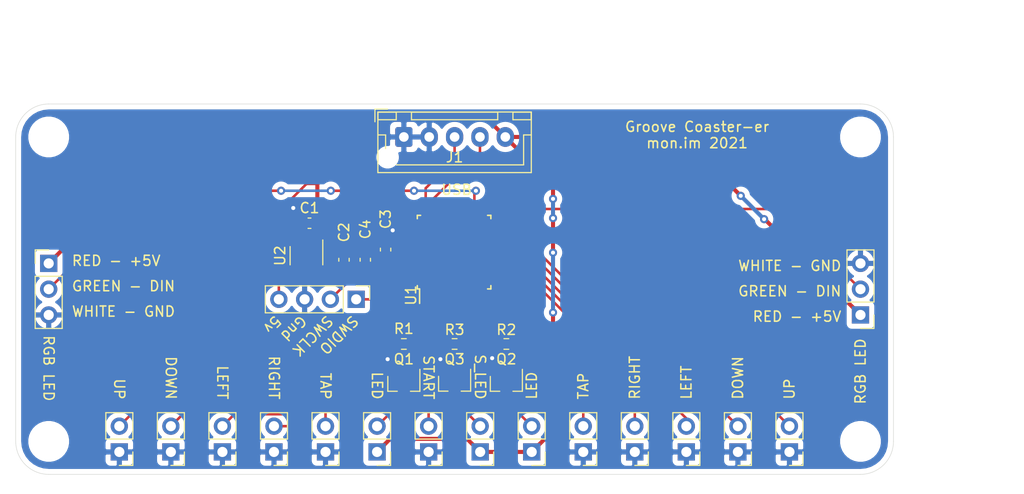
<source format=kicad_pcb>
(kicad_pcb (version 20211014) (generator pcbnew)
  (layers (0 "F.Cu" signal) (31 "B.Cu" signal) (34 "B.Paste" user) (35 "F.Paste" user) (36 "B.SilkS" user "B.Silkscreen") (37 "F.SilkS" user "F.Silkscreen") (38 "B.Mask" user) (39 "F.Mask" user) (44 "Edge.Cuts" user))
  (net 0 "")
  (net 1 "+5V")
  (net 2 "/D-")
  (net 3 "/D+")
  (net 4 "GND")
  (net 5 "/WS2812_LEFT")
  (net 6 "/WS2812_RIGHT")
  (net 7 "/L_U")
  (net 8 "/L_D")
  (net 9 "/L_R")
  (net 10 "/L_L")
  (net 11 "/L_CLICK")
  (net 12 "/L_LED")
  (net 13 "/R_U")
  (net 14 "/R_D")
  (net 15 "/R_R")
  (net 16 "/R_L")
  (net 17 "/R_CLICK")
  (net 18 "/R_LED")
  (net 19 "/START")
  (net 20 "/START_LED")
  (net 21 "Net-(U1-Pad27)")
  (net 22 "Net-(U1-Pad26)")
  (net 23 "Net-(U1-Pad25)")
  (net 24 "Net-(U1-Pad22)")
  (net 25 "Net-(U1-Pad21)")
  (net 26 "Net-(U1-Pad20)")
  (net 27 "Net-(U1-Pad19)")
  (net 28 "+3V3")
  (net 29 "Net-(C3-Pad2)")
  (net 30 "/SWDIO")
  (net 31 "/SWCLK")
  (net 32 "Net-(U2-Pad4)")
  (net 33 "Net-(Q1-Pad1)")
  (net 34 "Net-(Q2-Pad1)")
  (net 35 "Net-(Q3-Pad1)")
  (net 36 "/fet1/Din")
  (net 37 "/sheet6141B162/Din")
  (net 38 "/sheet6141D5AA/Din")
  (footprint "MountingHole:MountingHole_3mm" (layer "F.Cu") (at 104.8 85.8)
    (fp_text reference "H1" hide)
    (fp_text value "M3")
    (pad "" np_thru_hole circle locked (at 0 0) (size 3 3) (drill 3) (layers *.Cu *.Mask))
  )
  (footprint "MountingHole:MountingHole_3mm" (layer "F.Cu") (at 104.8 115.8)
    (fp_text reference "H2" hide)
    (fp_text value "M3")
    (pad "" np_thru_hole circle locked (at 0 0) (size 3 3) (drill 3) (layers *.Cu *.Mask))
  )
  (footprint "MountingHole:MountingHole_3mm" (layer "F.Cu") (at 184.8 85.8)
    (fp_text reference "H3" hide)
    (fp_text value "M3")
    (pad "" np_thru_hole circle locked (at 0 0) (size 3 3) (drill 3) (layers *.Cu *.Mask))
  )
  (footprint "MountingHole:MountingHole_3mm" (layer "F.Cu") (at 184.8 115.8)
    (fp_text reference "H4" hide)
    (fp_text value "M3")
    (pad "" np_thru_hole circle locked (at 0 0) (size 3 3) (drill 3) (layers *.Cu *.Mask))
  )
  (footprint "Connector_JST:JST_XH_B5B-XH-AM_1x05_P2.50mm_Vertical" (layer "F.Cu") (at 139.8 85.8)
    (fp_text reference "J1" (at 5 2) (layer "F.SilkS"))
    (fp_text value "Conn_01x05")
    (fp_line (start -1.6 -2.75) (end -2.85 -2.75) (layer "F.SilkS") (width 0.12))
    (fp_line (start 10.75 -2.45) (end 10.75 -1.7) (layer "F.SilkS") (width 0.12))
    (fp_line (start 9.25 -2.45) (end 0.75 -2.45) (layer "F.SilkS") (width 0.12))
    (fp_line (start -2.55 -1.7) (end -0.75 -1.7) (layer "F.SilkS") (width 0.12))
    (fp_line (start 10.75 -1.7) (end 12.55 -1.7) (layer "F.SilkS") (width 0.12))
    (fp_line (start 12.56 3.51) (end 12.56 -2.46) (layer "F.SilkS") (width 0.12))
    (fp_line (start -1.8 -0.2) (end -1.8 1.14) (layer "F.SilkS") (width 0.12))
    (fp_line (start -2.55 -0.2) (end -1.8 -0.2) (layer "F.SilkS") (width 0.12))
    (fp_line (start -2.56 3.51) (end 12.56 3.51) (layer "F.SilkS") (width 0.12))
    (fp_line (start -2.85 -2.75) (end -2.85 -1.5) (layer "F.SilkS") (width 0.12))
    (fp_line (start 9.25 -1.7) (end 9.25 -2.45) (layer "F.SilkS") (width 0.12))
    (fp_line (start 12.55 -0.2) (end 11.8 -0.2) (layer "F.SilkS") (width 0.12))
    (fp_line (start 11.8 2.75) (end 5 2.75) (layer "F.SilkS") (width 0.12))
    (fp_line (start -0.75 -1.7) (end -0.75 -2.45) (layer "F.SilkS") (width 0.12))
    (fp_line (start 12.55 -1.7) (end 12.55 -2.45) (layer "F.SilkS") (width 0.12))
    (fp_line (start 0.75 -2.45) (end 0.75 -1.7) (layer "F.SilkS") (width 0.12))
    (fp_line (start 12.56 -2.46) (end -2.56 -2.46) (layer "F.SilkS") (width 0.12))
    (fp_line (start -0.75 -2.45) (end -2.55 -2.45) (layer "F.SilkS") (width 0.12))
    (fp_line (start 0.75 -1.7) (end 9.25 -1.7) (layer "F.SilkS") (width 0.12))
    (fp_line (start -2.55 -2.45) (end -2.55 -1.7) (layer "F.SilkS") (width 0.12))
    (fp_line (start 12.55 -2.45) (end 10.75 -2.45) (layer "F.SilkS") (width 0.12))
    (fp_line (start -2.56 -2.46) (end -2.56 3.51) (layer "F.SilkS") (width 0.12))
    (fp_line (start 5 2.75) (end -0.74 2.75) (layer "F.SilkS") (width 0.12))
    (fp_line (start 11.8 -0.2) (end 11.8 2.75) (layer "F.SilkS") (width 0.12))
    (pad "" np_thru_hole circle locked (at -1.6 2) (size 1.2 1.2) (drill 1.2) (layers *.Cu *.Mask))
    (pad "1" thru_hole roundrect locked (at 0 0) (size 1.7 1.95) (drill 0.95) (layers *.Cu *.Mask) (roundrect_rratio 0.1470588235) (net 4 "GND"))
    (pad "2" thru_hole oval locked (at 2.5 0) (size 1.7 1.95) (drill 0.95) (layers *.Cu *.Mask) (net 4 "GND"))
    (pad "3" thru_hole oval locked (at 5 0) (size 1.7 1.95) (drill 0.95) (layers *.Cu *.Mask) (net 3 "/D+"))
    (pad "4" thru_hole oval locked (at 7.5 0) (size 1.7 1.95) (drill 0.95) (layers *.Cu *.Mask) (net 2 "/D-"))
    (pad "5" thru_hole oval locked (at 10 0) (size 1.7 1.95) (drill 0.95) (layers *.Cu *.Mask) (net 1 "+5V"))
  )
  (footprint "Connector_PinHeader_2.54mm:PinHeader_1x03_P2.54mm_Vertical" (layer "F.Cu") (at 104.8 98.26)
    (fp_text reference "J2" hide)
    (fp_text value "Conn_01x03")
    (fp_line (start -1.33 6.41) (end 1.33 6.41) (layer "F.SilkS") (width 0.12))
    (fp_line (start -1.33 1.27) (end 1.33 1.27) (layer "F.SilkS") (width 0.12))
    (fp_line (start -1.33 1.27) (end -1.33 6.41) (layer "F.SilkS") (width 0.12))
    (fp_line (start -1.33 -1.33) (end 0 -1.33) (layer "F.SilkS") (width 0.12))
    (fp_line (start 1.33 1.27) (end 1.33 6.41) (layer "F.SilkS") (width 0.12))
    (fp_line (start -1.33 0) (end -1.33 -1.33) (layer "F.SilkS") (width 0.12))
    (pad "1" thru_hole rect locked (at 0 0) (size 1.7 1.7) (drill 1) (layers *.Cu *.Mask) (net 1 "+5V"))
    (pad "2" thru_hole oval locked (at 0 2.54) (size 1.7 1.7) (drill 1) (layers *.Cu *.Mask) (net 5 "/WS2812_LEFT"))
    (pad "3" thru_hole oval locked (at 0 5.08) (size 1.7 1.7) (drill 1) (layers *.Cu *.Mask) (net 4 "GND"))
  )
  (footprint "Connector_PinHeader_2.54mm:PinHeader_1x03_P2.54mm_Vertical" (layer "F.Cu") (at 184.8 103.34 180)
    (fp_text reference "J3" hide)
    (fp_text value "Conn_01x03")
    (fp_line (start -1.33 1.27) (end -1.33 6.41) (layer "F.SilkS") (width 0.12))
    (fp_line (start -1.33 0) (end -1.33 -1.33) (layer "F.SilkS") (width 0.12))
    (fp_line (start -1.33 6.41) (end 1.33 6.41) (layer "F.SilkS") (width 0.12))
    (fp_line (start -1.33 1.27) (end 1.33 1.27) (layer "F.SilkS") (width 0.12))
    (fp_line (start 1.33 1.27) (end 1.33 6.41) (layer "F.SilkS") (width 0.12))
    (fp_line (start -1.33 -1.33) (end 0 -1.33) (layer "F.SilkS") (width 0.12))
    (pad "1" thru_hole rect locked (at 0 0 180) (size 1.7 1.7) (drill 1) (layers *.Cu *.Mask) (net 1 "+5V"))
    (pad "2" thru_hole oval locked (at 0 2.54 180) (size 1.7 1.7) (drill 1) (layers *.Cu *.Mask) (net 6 "/WS2812_RIGHT"))
    (pad "3" thru_hole oval locked (at 0 5.08 180) (size 1.7 1.7) (drill 1) (layers *.Cu *.Mask) (net 4 "GND"))
  )
  (footprint "Connector_PinHeader_2.54mm:PinHeader_1x02_P2.54mm_Vertical" (layer "F.Cu") (at 111.76 116.84 180)
    (fp_text reference "J4" hide)
    (fp_text value "L_U")
    (fp_line (start -1.33 1.27) (end -1.33 3.87) (layer "F.SilkS") (width 0.12))
    (fp_line (start -1.33 1.27) (end 1.33 1.27) (layer "F.SilkS") (width 0.12))
    (fp_line (start -1.33 3.87) (end 1.33 3.87) (layer "F.SilkS") (width 0.12))
    (fp_line (start 1.33 1.27) (end 1.33 3.87) (layer "F.SilkS") (width 0.12))
    (fp_line (start -1.33 -1.33) (end 0 -1.33) (layer "F.SilkS") (width 0.12))
    (fp_line (start -1.33 0) (end -1.33 -1.33) (layer "F.SilkS") (width 0.12))
    (pad "1" thru_hole rect locked (at 0 0 180) (size 1.7 1.7) (drill 1) (layers *.Cu *.Mask) (net 4 "GND"))
    (pad "2" thru_hole oval locked (at 0 2.54 180) (size 1.7 1.7) (drill 1) (layers *.Cu *.Mask) (net 7 "/L_U"))
  )
  (footprint "Connector_PinHeader_2.54mm:PinHeader_1x02_P2.54mm_Vertical" (layer "F.Cu") (at 121.92 116.84 180)
    (fp_text reference "J7" hide)
    (fp_text value "L_L")
    (fp_line (start 1.33 1.27) (end 1.33 3.87) (layer "F.SilkS") (width 0.12))
    (fp_line (start -1.33 1.27) (end 1.33 1.27) (layer "F.SilkS") (width 0.12))
    (fp_line (start -1.33 1.27) (end -1.33 3.87) (layer "F.SilkS") (width 0.12))
    (fp_line (start -1.33 0) (end -1.33 -1.33) (layer "F.SilkS") (width 0.12))
    (fp_line (start -1.33 -1.33) (end 0 -1.33) (layer "F.SilkS") (width 0.12))
    (fp_line (start -1.33 3.87) (end 1.33 3.87) (layer "F.SilkS") (width 0.12))
    (pad "1" thru_hole rect locked (at 0 0 180) (size 1.7 1.7) (drill 1) (layers *.Cu *.Mask) (net 4 "GND"))
    (pad "2" thru_hole oval locked (at 0 2.54 180) (size 1.7 1.7) (drill 1) (layers *.Cu *.Mask) (net 10 "/L_L"))
  )
  (footprint "Connector_PinHeader_2.54mm:PinHeader_1x02_P2.54mm_Vertical" (layer "F.Cu") (at 132.08 116.84 180)
    (fp_text reference "J8" hide)
    (fp_text value "L_CLICK")
    (fp_line (start -1.33 0) (end -1.33 -1.33) (layer "F.SilkS") (width 0.12))
    (fp_line (start 1.33 1.27) (end 1.33 3.87) (layer "F.SilkS") (width 0.12))
    (fp_line (start -1.33 1.27) (end -1.33 3.87) (layer "F.SilkS") (width 0.12))
    (fp_line (start -1.33 1.27) (end 1.33 1.27) (layer "F.SilkS") (width 0.12))
    (fp_line (start -1.33 3.87) (end 1.33 3.87) (layer "F.SilkS") (width 0.12))
    (fp_line (start -1.33 -1.33) (end 0 -1.33) (layer "F.SilkS") (width 0.12))
    (pad "1" thru_hole rect locked (at 0 0 180) (size 1.7 1.7) (drill 1) (layers *.Cu *.Mask) (net 4 "GND"))
    (pad "2" thru_hole oval locked (at 0 2.54 180) (size 1.7 1.7) (drill 1) (layers *.Cu *.Mask) (net 11 "/L_CLICK"))
  )
  (footprint "Connector_PinHeader_2.54mm:PinHeader_1x02_P2.54mm_Vertical" (layer "F.Cu") (at 137.16 116.84 180)
    (fp_text reference "J9" hide)
    (fp_text value "L_LED")
    (fp_line (start -1.33 0) (end -1.33 -1.33) (layer "F.SilkS") (width 0.12))
    (fp_line (start -1.33 3.87) (end 1.33 3.87) (layer "F.SilkS") (width 0.12))
    (fp_line (start -1.33 1.27) (end -1.33 3.87) (layer "F.SilkS") (width 0.12))
    (fp_line (start -1.33 -1.33) (end 0 -1.33) (layer "F.SilkS") (width 0.12))
    (fp_line (start 1.33 1.27) (end 1.33 3.87) (layer "F.SilkS") (width 0.12))
    (fp_line (start -1.33 1.27) (end 1.33 1.27) (layer "F.SilkS") (width 0.12))
    (pad "1" thru_hole rect locked (at 0 0 180) (size 1.7 1.7) (drill 1) (layers *.Cu *.Mask) (net 1 "+5V"))
    (pad "2" thru_hole oval locked (at 0 2.54 180) (size 1.7 1.7) (drill 1) (layers *.Cu *.Mask) (net 12 "/L_LED"))
  )
  (footprint "Connector_PinHeader_2.54mm:PinHeader_1x02_P2.54mm_Vertical" (layer "F.Cu") (at 172.72 116.84 180)
    (fp_text reference "J11" hide)
    (fp_text value "R_D")
    (fp_line (start -1.33 3.87) (end 1.33 3.87) (layer "F.SilkS") (width 0.12))
    (fp_line (start 1.33 1.27) (end 1.33 3.87) (layer "F.SilkS") (width 0.12))
    (fp_line (start -1.33 1.27) (end 1.33 1.27) (layer "F.SilkS") (width 0.12))
    (fp_line (start -1.33 1.27) (end -1.33 3.87) (layer "F.SilkS") (width 0.12))
    (fp_line (start -1.33 -1.33) (end 0 -1.33) (layer "F.SilkS") (width 0.12))
    (fp_line (start -1.33 0) (end -1.33 -1.33) (layer "F.SilkS") (width 0.12))
    (pad "1" thru_hole rect locked (at 0 0 180) (size 1.7 1.7) (drill 1) (layers *.Cu *.Mask) (net 4 "GND"))
    (pad "2" thru_hole oval locked (at 0 2.54 180) (size 1.7 1.7) (drill 1) (layers *.Cu *.Mask) (net 14 "/R_D"))
  )
  (footprint "Connector_PinHeader_2.54mm:PinHeader_1x02_P2.54mm_Vertical" (layer "F.Cu") (at 162.56 116.84 180)
    (fp_text reference "J12" hide)
    (fp_text value "R_R")
    (fp_line (start 1.33 1.27) (end 1.33 3.87) (layer "F.SilkS") (width 0.12))
    (fp_line (start -1.33 1.27) (end 1.33 1.27) (layer "F.SilkS") (width 0.12))
    (fp_line (start -1.33 -1.33) (end 0 -1.33) (layer "F.SilkS") (width 0.12))
    (fp_line (start -1.33 1.27) (end -1.33 3.87) (layer "F.SilkS") (width 0.12))
    (fp_line (start -1.33 3.87) (end 1.33 3.87) (layer "F.SilkS") (width 0.12))
    (fp_line (start -1.33 0) (end -1.33 -1.33) (layer "F.SilkS") (width 0.12))
    (pad "1" thru_hole rect locked (at 0 0 180) (size 1.7 1.7) (drill 1) (layers *.Cu *.Mask) (net 4 "GND"))
    (pad "2" thru_hole oval locked (at 0 2.54 180) (size 1.7 1.7) (drill 1) (layers *.Cu *.Mask) (net 15 "/R_R"))
  )
  (footprint "Connector_PinHeader_2.54mm:PinHeader_1x02_P2.54mm_Vertical" (layer "F.Cu") (at 167.64 116.84 180)
    (fp_text reference "J13" hide)
    (fp_text value "R_L")
    (fp_line (start -1.33 3.87) (end 1.33 3.87) (layer "F.SilkS") (width 0.12))
    (fp_line (start -1.33 1.27) (end -1.33 3.87) (layer "F.SilkS") (width 0.12))
    (fp_line (start -1.33 1.27) (end 1.33 1.27) (layer "F.SilkS") (width 0.12))
    (fp_line (start 1.33 1.27) (end 1.33 3.87) (layer "F.SilkS") (width 0.12))
    (fp_line (start -1.33 0) (end -1.33 -1.33) (layer "F.SilkS") (width 0.12))
    (fp_line (start -1.33 -1.33) (end 0 -1.33) (layer "F.SilkS") (width 0.12))
    (pad "1" thru_hole rect locked (at 0 0 180) (size 1.7 1.7) (drill 1) (layers *.Cu *.Mask) (net 4 "GND"))
    (pad "2" thru_hole oval locked (at 0 2.54 180) (size 1.7 1.7) (drill 1) (layers *.Cu *.Mask) (net 16 "/R_L"))
  )
  (footprint "Connector_PinHeader_2.54mm:PinHeader_1x02_P2.54mm_Vertical" (layer "F.Cu") (at 157.48 116.84 180)
    (fp_text reference "J14" hide)
    (fp_text value "R_CLICK")
    (fp_line (start -1.33 1.27) (end -1.33 3.87) (layer "F.SilkS") (width 0.12))
    (fp_line (start 1.33 1.27) (end 1.33 3.87) (layer "F.SilkS") (width 0.12))
    (fp_line (start -1.33 3.87) (end 1.33 3.87) (layer "F.SilkS") (width 0.12))
    (fp_line (start -1.33 0) (end -1.33 -1.33) (layer "F.SilkS") (width 0.12))
    (fp_line (start -1.33 1.27) (end 1.33 1.27) (layer "F.SilkS") (width 0.12))
    (fp_line (start -1.33 -1.33) (end 0 -1.33) (layer "F.SilkS") (width 0.12))
    (pad "1" thru_hole rect locked (at 0 0 180) (size 1.7 1.7) (drill 1) (layers *.Cu *.Mask) (net 4 "GND"))
    (pad "2" thru_hole oval locked (at 0 2.54 180) (size 1.7 1.7) (drill 1) (layers *.Cu *.Mask) (net 17 "/R_CLICK"))
  )
  (footprint "Connector_PinHeader_2.54mm:PinHeader_1x02_P2.54mm_Vertical" (layer "F.Cu") (at 152.4 116.84 180)
    (fp_text reference "J15" hide)
    (fp_text value "R_LED")
    (fp_line (start -1.33 -1.33) (end 0 -1.33) (layer "F.SilkS") (width 0.12))
    (fp_line (start 1.33 1.27) (end 1.33 3.87) (layer "F.SilkS") (width 0.12))
    (fp_line (start -1.33 1.27) (end 1.33 1.27) (layer "F.SilkS") (width 0.12))
    (fp_line (start -1.33 0) (end -1.33 -1.33) (layer "F.SilkS") (width 0.12))
    (fp_line (start -1.33 3.87) (end 1.33 3.87) (layer "F.SilkS") (width 0.12))
    (fp_line (start -1.33 1.27) (end -1.33 3.87) (layer "F.SilkS") (width 0.12))
    (pad "1" thru_hole rect locked (at 0 0 180) (size 1.7 1.7) (drill 1) (layers *.Cu *.Mask) (net 1 "+5V"))
    (pad "2" thru_hole oval locked (at 0 2.54 180) (size 1.7 1.7) (drill 1) (layers *.Cu *.Mask) (net 18 "/R_LED"))
  )
  (footprint "Connector_PinHeader_2.54mm:PinHeader_1x02_P2.54mm_Vertical" (layer "F.Cu") (at 142.24 116.84 180)
    (fp_text reference "J16" hide)
    (fp_text value "START")
    (fp_line (start -1.33 3.87) (end 1.33 3.87) (layer "F.SilkS") (width 0.12))
    (fp_line (start -1.33 0) (end -1.33 -1.33) (layer "F.SilkS") (width 0.12))
    (fp_line (start -1.33 1.27) (end 1.33 1.27) (layer "F.SilkS") (width 0.12))
    (fp_line (start 1.33 1.27) (end 1.33 3.87) (layer "F.SilkS") (width 0.12))
    (fp_line (start -1.33 -1.33) (end 0 -1.33) (layer "F.SilkS") (width 0.12))
    (fp_line (start -1.33 1.27) (end -1.33 3.87) (layer "F.SilkS") (width 0.12))
    (pad "1" thru_hole rect locked (at 0 0 180) (size 1.7 1.7) (drill 1) (layers *.Cu *.Mask) (net 4 "GND"))
    (pad "2" thru_hole oval locked (at 0 2.54 180) (size 1.7 1.7) (drill 1) (layers *.Cu *.Mask) (net 19 "/START"))
  )
  (footprint "Connector_PinHeader_2.54mm:PinHeader_1x02_P2.54mm_Vertical" (layer "F.Cu") (at 147.32 116.84 180)
    (fp_text reference "J17" hide)
    (fp_text value "START_LED")
    (fp_line (start -1.33 1.27) (end -1.33 3.87) (layer "F.SilkS") (width 0.12))
    (fp_line (start -1.33 3.87) (end 1.33 3.87) (layer "F.SilkS") (width 0.12))
    (fp_line (start -1.33 1.27) (end 1.33 1.27) (layer "F.SilkS") (width 0.12))
    (fp_line (start -1.33 0) (end -1.33 -1.33) (layer "F.SilkS") (width 0.12))
    (fp_line (start -1.33 -1.33) (end 0 -1.33) (layer "F.SilkS") (width 0.12))
    (fp_line (start 1.33 1.27) (end 1.33 3.87) (layer "F.SilkS") (width 0.12))
    (pad "1" thru_hole rect locked (at 0 0 180) (size 1.7 1.7) (drill 1) (layers *.Cu *.Mask) (net 1 "+5V"))
    (pad "2" thru_hole oval locked (at 0 2.54 180) (size 1.7 1.7) (drill 1) (layers *.Cu *.Mask) (net 20 "/START_LED"))
  )
  (footprint "Package_QFP:TQFP-32_7x7mm_P0.8mm" (layer "F.Cu") (at 144.75 97.15 90)
    (fp_text reference "U1" (at -4.25 -4.25 90) (layer "F.SilkS"))
    (fp_text value "ATSAMD21E17A-A")
    (fp_line (start -3.625 3.625) (end -3.625 3.3) (layer "F.SilkS") (width 0.15))
    (fp_line (start -3.625 -3.625) (end -3.3 -3.625) (layer "F.SilkS") (width 0.15))
    (fp_line (start -3.625 -3.625) (end -3.625 -3.4) (layer "F.SilkS") (width 0.15))
    (fp_line (start 3.625 -3.625) (end 3.3 -3.625) (layer "F.SilkS") (width 0.15))
    (fp_line (start 3.625 -3.625) (end 3.625 -3.3) (layer "F.SilkS") (width 0.15))
    (fp_line (start 3.625 3.625) (end 3.3 3.625) (layer "F.SilkS") (width 0.15))
    (fp_line (start -3.625 3.625) (end -3.3 3.625) (layer "F.SilkS") (width 0.15))
    (fp_line (start 3.625 3.625) (end 3.625 3.3) (layer "F.SilkS") (width 0.15))
    (fp_line (start -3.625 -3.4) (end -5.05 -3.4) (layer "F.SilkS") (width 0.15))
    (pad "1" smd rect locked (at -4.25 -2.8 90) (size 1.6 0.55) (layers "F.Cu" "F.Paste" "F.Mask") (net 7 "/L_U"))
    (pad "2" smd rect locked (at -4.25 -2 90) (size 1.6 0.55) (layers "F.Cu" "F.Paste" "F.Mask") (net 8 "/L_D"))
    (pad "3" smd rect locked (at -4.25 -1.2 90) (size 1.6 0.55) (layers "F.Cu" "F.Paste" "F.Mask") (net 10 "/L_L"))
    (pad "4" smd rect locked (at -4.25 -0.4 90) (size 1.6 0.55) (layers "F.Cu" "F.Paste" "F.Mask") (net 9 "/L_R"))
    (pad "5" smd rect locked (at -4.25 0.4 90) (size 1.6 0.55) (layers "F.Cu" "F.Paste" "F.Mask") (net 11 "/L_CLICK"))
    (pad "6" smd rect locked (at -4.25 1.2 90) (size 1.6 0.55) (layers "F.Cu" "F.Paste" "F.Mask") (net 36 "/fet1/Din"))
    (pad "7" smd rect locked (at -4.25 2 90) (size 1.6 0.55) (layers "F.Cu" "F.Paste" "F.Mask") (net 19 "/START"))
    (pad "8" smd rect locked (at -4.25 2.8 90) (size 1.6 0.55) (layers "F.Cu" "F.Paste" "F.Mask") (net 38 "/sheet6141D5AA/Din"))
    (pad "9" smd rect locked (at -2.8 4.25 180) (size 1.6 0.55) (layers "F.Cu" "F.Paste" "F.Mask") (net 28 "+3V3"))
    (pad "10" smd rect locked (at -2 4.25 180) (size 1.6 0.55) (layers "F.Cu" "F.Paste" "F.Mask") (net 4 "GND"))
    (pad "11" smd rect locked (at -1.2 4.25 180) (size 1.6 0.55) (layers "F.Cu" "F.Paste" "F.Mask") (net 37 "/sheet6141B162/Din"))
    (pad "12" smd rect locked (at -0.4 4.25 180) (size 1.6 0.55) (layers "F.Cu" "F.Paste" "F.Mask") (net 17 "/R_CLICK"))
    (pad "13" smd rect locked (at 0.4 4.25 180) (size 1.6 0.55) (layers "F.Cu" "F.Paste" "F.Mask") (net 15 "/R_R"))
    (pad "14" smd rect locked (at 1.2 4.25 180) (size 1.6 0.55) (layers "F.Cu" "F.Paste" "F.Mask") (net 16 "/R_L"))
    (pad "15" smd rect locked (at 2 4.25 180) (size 1.6 0.55) (layers "F.Cu" "F.Paste" "F.Mask") (net 14 "/R_D"))
    (pad "16" smd rect locked (at 2.8 4.25 180) (size 1.6 0.55) (layers "F.Cu" "F.Paste" "F.Mask") (net 13 "/R_U"))
    (pad "17" smd rect locked (at 4.25 2.8 90) (size 1.6 0.55) (layers "F.Cu" "F.Paste" "F.Mask") (net 6 "/WS2812_RIGHT"))
    (pad "18" smd rect locked (at 4.25 2 90) (size 1.6 0.55) (layers "F.Cu" "F.Paste" "F.Mask") (net 5 "/WS2812_LEFT"))
    (pad "19" smd rect locked (at 4.25 1.2 90) (size 1.6 0.55) (layers "F.Cu" "F.Paste" "F.Mask") (net 27 "Net-(U1-Pad19)"))
    (pad "20" smd rect locked (at 4.25 0.4 90) (size 1.6 0.55) (layers "F.Cu" "F.Paste" "F.Mask") (net 26 "Net-(U1-Pad20)"))
    (pad "21" smd rect locked (at 4.25 -0.4 90) (size 1.6 0.55) (layers "F.Cu" "F.Paste" "F.Mask") (net 25 "Net-(U1-Pad21)"))
    (pad "22" smd rect locked (at 4.25 -1.2 90) (size 1.6 0.55) (layers "F.Cu" "F.Paste" "F.Mask") (net 24 "Net-(U1-Pad22)"))
    (pad "23" smd rect locked (at 4.25 -2 90) (size 1.6 0.55) (layers "F.Cu" "F.Paste" "F.Mask") (net 2 "/D-"))
    (pad "24" smd rect locked (at 4.25 -2.8 90) (size 1.6 0.55) (layers "F.Cu" "F.Paste" "F.Mask") (net 3 "/D+"))
    (pad "25" smd rect locked (at 2.8 -4.25 180) (size 1.6 0.55) (layers "F.Cu" "F.Paste" "F.Mask") (net 23 "Net-(U1-Pad25)"))
    (pad "26" smd rect locked (at 2 -4.25 180) (size 1.6 0.55) (layers "F.Cu" "F.Paste" "F.Mask") (net 22 "Net-(U1-Pad26)"))
    (pad "27" smd rect locked (at 1.2 -4.25 180) (size 1.6 0.55) (layers "F.Cu" "F.Paste" "F.Mask") (net 21 "Net-(U1-Pad27)"))
    (pad "28" smd rect locked (at 0.4 -4.25 180) (size 1.6 0.55) (layers "F.Cu" "F.Paste" "F.Mask") (net 4 "GND"))
    (pad "29" smd rect locked (at -0.4 -4.25 180) (size 1.6 0.55) (layers "F.Cu" "F.Paste" "F.Mask") (net 29 "Net-(C3-Pad2)"))
    (pad "30" smd rect locked (at -1.2 -4.25 180) (size 1.6 0.55) (layers "F.Cu" "F.Paste" "F.Mask") (net 28 "+3V3"))
    (pad "31" smd rect locked (at -2 -4.25 180) (size 1.6 0.55) (layers "F.Cu" "F.Paste" "F.Mask") (net 31 "/SWCLK"))
    (pad "32" smd rect locked (at -2.8 -4.25 180) (size 1.6 0.55) (layers "F.Cu" "F.Paste" "F.Mask") (net 30 "/SWDIO"))
  )
  (footprint "Capacitor_SMD:C_0603_1608Metric" (layer "F.Cu") (at 133.9 97.9 90)
    (fp_text reference "C2" (at 2.7 0 90) (layer "F.SilkS"))
    (fp_text value "10uF")
    (fp_line (start -0.14058 0.51) (end 0.14058 0.51) (layer "F.SilkS") (width 0.12))
    (fp_line (start -0.14058 -0.51) (end 0.14058 -0.51) (layer "F.SilkS") (width 0.12))
    (pad "1" smd roundrect locked (at -0.775 0 90) (size 0.9 0.95) (layers "F.Cu" "F.Paste" "F.Mask") (net 28 "+3V3"))
    (pad "2" smd roundrect locked (at 0.775 0 90) (size 0.9 0.95) (layers "F.Cu" "F.Paste" "F.Mask") (net 4 "GND"))
  )
  (footprint "Capacitor_SMD:C_0603_1608Metric" (layer "F.Cu") (at 138 96.9 -90)
    (fp_text reference "C3" (at -3 0 90) (layer "F.SilkS"))
    (fp_text value "1uF")
    (fp_line (start -0.14058 -0.51) (end 0.14058 -0.51) (layer "F.SilkS") (width 0.12))
    (fp_line (start -0.14058 0.51) (end 0.14058 0.51) (layer "F.SilkS") (width 0.12))
    (pad "1" smd roundrect locked (at -0.775 0 270) (size 0.9 0.95) (layers "F.Cu" "F.Paste" "F.Mask") (net 4 "GND"))
    (pad "2" smd roundrect locked (at 0.775 0 270) (size 0.9 0.95) (layers "F.Cu" "F.Paste" "F.Mask") (net 29 "Net-(C3-Pad2)"))
  )
  (footprint "Connector_PinHeader_2.54mm:PinHeader_1x02_P2.54mm_Vertical" (layer "F.Cu") (at 127 116.84 180)
    (fp_text reference "J6" hide)
    (fp_text value "L_R")
    (fp_line (start -1.33 3.87) (end 1.33 3.87) (layer "F.SilkS") (width 0.12))
    (fp_line (start -1.33 1.27) (end -1.33 3.87) (layer "F.SilkS") (width 0.12))
    (fp_line (start -1.33 0) (end -1.33 -1.33) (layer "F.SilkS") (width 0.12))
    (fp_line (start -1.33 -1.33) (end 0 -1.33) (layer "F.SilkS") (width 0.12))
    (fp_line (start 1.33 1.27) (end 1.33 3.87) (layer "F.SilkS") (width 0.12))
    (fp_line (start -1.33 1.27) (end 1.33 1.27) (layer "F.SilkS") (width 0.12))
    (pad "1" thru_hole rect locked (at 0 0 180) (size 1.7 1.7) (drill 1) (layers *.Cu *.Mask) (net 4 "GND"))
    (pad "2" thru_hole oval locked (at 0 2.54 180) (size 1.7 1.7) (drill 1) (layers *.Cu *.Mask) (net 9 "/L_R"))
  )
  (footprint "Connector_PinHeader_2.54mm:PinHeader_1x02_P2.54mm_Vertical" (layer "F.Cu") (at 116.84 116.84 180)
    (fp_text reference "J5" hide)
    (fp_text value "L_D")
    (fp_line (start 1.33 1.27) (end 1.33 3.87) (layer "F.SilkS") (width 0.12))
    (fp_line (start -1.33 -1.33) (end 0 -1.33) (layer "F.SilkS") (width 0.12))
    (fp_line (start -1.33 3.87) (end 1.33 3.87) (layer "F.SilkS") (width 0.12))
    (fp_line (start -1.33 0) (end -1.33 -1.33) (layer "F.SilkS") (width 0.12))
    (fp_line (start -1.33 1.27) (end -1.33 3.87) (layer "F.SilkS") (width 0.12))
    (fp_line (start -1.33 1.27) (end 1.33 1.27) (layer "F.SilkS") (width 0.12))
    (pad "1" thru_hole rect locked (at 0 0 180) (size 1.7 1.7) (drill 1) (layers *.Cu *.Mask) (net 4 "GND"))
    (pad "2" thru_hole oval locked (at 0 2.54 180) (size 1.7 1.7) (drill 1) (layers *.Cu *.Mask) (net 8 "/L_D"))
  )
  (footprint "Connector_PinHeader_2.54mm:PinHeader_1x02_P2.54mm_Vertical" (layer "F.Cu") (at 177.8 116.84 180)
    (fp_text reference "J10" hide)
    (fp_text value "R_U")
    (fp_line (start 1.33 1.27) (end 1.33 3.87) (layer "F.SilkS") (width 0.12))
    (fp_line (start -1.33 1.27) (end 1.33 1.27) (layer "F.SilkS") (width 0.12))
    (fp_line (start -1.33 0) (end -1.33 -1.33) (layer "F.SilkS") (width 0.12))
    (fp_line (start -1.33 1.27) (end -1.33 3.87) (layer "F.SilkS") (width 0.12))
    (fp_line (start -1.33 -1.33) (end 0 -1.33) (layer "F.SilkS") (width 0.12))
    (fp_line (start -1.33 3.87) (end 1.33 3.87) (layer "F.SilkS") (width 0.12))
    (pad "1" thru_hole rect locked (at 0 0 180) (size 1.7 1.7) (drill 1) (layers *.Cu *.Mask) (net 4 "GND"))
    (pad "2" thru_hole oval locked (at 0 2.54 180) (size 1.7 1.7) (drill 1) (layers *.Cu *.Mask) (net 13 "/R_U"))
  )
  (footprint "Capacitor_SMD:C_0603_1608Metric" (layer "F.Cu") (at 136 97.9 -90)
    (fp_text reference "C4" (at -3 0 90) (layer "F.SilkS"))
    (fp_text value "1uF")
    (fp_line (start -0.14058 -0.51) (end 0.14058 -0.51) (layer "F.SilkS") (width 0.12))
    (fp_line (start -0.14058 0.51) (end 0.14058 0.51) (layer "F.SilkS") (width 0.12))
    (pad "1" smd roundrect locked (at -0.775 0 270) (size 0.9 0.95) (layers "F.Cu" "F.Paste" "F.Mask") (net 4 "GND"))
    (pad "2" smd roundrect locked (at 0.775 0 270) (size 0.9 0.95) (layers "F.Cu" "F.Paste" "F.Mask") (net 28 "+3V3"))
  )
  (footprint "Package_TO_SOT_SMD:SOT-23" (layer "F.Cu") (at 139.8 110.1 -90)
    (fp_text reference "Q1" (at -2.4 0 180) (layer "F.SilkS"))
    (fp_text value "2N7002E")
    (fp_line (start 0.76 1.58) (end 0.76 0.65) (layer "F.SilkS") (width 0.12))
    (fp_line (start 0.76 1.58) (end -0.7 1.58) (layer "F.SilkS") (width 0.12))
    (fp_line (start 0.76 -1.58) (end 0.76 -0.65) (layer "F.SilkS") (width 0.12))
    (fp_line (start 0.76 -1.58) (end -1.4 -1.58) (layer "F.SilkS") (width 0.12))
    (pad "1" smd rect locked (at -1 -0.95 270) (size 0.9 0.8) (layers "F.Cu" "F.Paste" "F.Mask") (net 33 "Net-(Q1-Pad1)"))
    (pad "2" smd rect locked (at -1 0.95 270) (size 0.9 0.8) (layers "F.Cu" "F.Paste" "F.Mask") (net 4 "GND"))
    (pad "3" smd rect locked (at 1 0 270) (size 0.9 0.8) (layers "F.Cu" "F.Paste" "F.Mask") (net 12 "/L_LED"))
  )
  (footprint "Package_TO_SOT_SMD:SOT-23" (layer "F.Cu") (at 149.9 110.1 -90)
    (fp_text reference "Q2" (at -2.4 0) (layer "F.SilkS"))
    (fp_text value "2N7002E")
    (fp_line (start 0.76 1.58) (end 0.76 0.65) (layer "F.SilkS") (width 0.12))
    (fp_line (start 0.76 -1.58) (end -1.4 -1.58) (layer "F.SilkS") (width 0.12))
    (fp_line (start 0.76 1.58) (end -0.7 1.58) (layer "F.SilkS") (width 0.12))
    (fp_line (start 0.76 -1.58) (end 0.76 -0.65) (layer "F.SilkS") (width 0.12))
    (pad "1" smd rect locked (at -1 -0.95 270) (size 0.9 0.8) (layers "F.Cu" "F.Paste" "F.Mask") (net 34 "Net-(Q2-Pad1)"))
    (pad "2" smd rect locked (at -1 0.95 270) (size 0.9 0.8) (layers "F.Cu" "F.Paste" "F.Mask") (net 4 "GND"))
    (pad "3" smd rect locked (at 1 0 270) (size 0.9 0.8) (layers "F.Cu" "F.Paste" "F.Mask") (net 18 "/R_LED"))
  )
  (footprint "Package_TO_SOT_SMD:SOT-23" (layer "F.Cu") (at 144.8 110.09 -90)
    (fp_text reference "Q3" (at -2.39 0) (layer "F.SilkS"))
    (fp_text value "2N7002E")
    (fp_line (start 0.76 1.58) (end -0.7 1.58) (layer "F.SilkS") (width 0.12))
    (fp_line (start 0.76 -1.58) (end -1.4 -1.58) (layer "F.SilkS") (width 0.12))
    (fp_line (start 0.76 1.58) (end 0.76 0.65) (layer "F.SilkS") (width 0.12))
    (fp_line (start 0.76 -1.58) (end 0.76 -0.65) (layer "F.SilkS") (width 0.12))
    (pad "1" smd rect locked (at -1 -0.95 270) (size 0.9 0.8) (layers "F.Cu" "F.Paste" "F.Mask") (net 35 "Net-(Q3-Pad1)"))
    (pad "2" smd rect locked (at -1 0.95 270) (size 0.9 0.8) (layers "F.Cu" "F.Paste" "F.Mask") (net 4 "GND"))
    (pad "3" smd rect locked (at 1 0 270) (size 0.9 0.8) (layers "F.Cu" "F.Paste" "F.Mask") (net 20 "/START_LED"))
  )
  (footprint "Resistor_SMD:R_0603_1608Metric" (layer "F.Cu") (at 139.8 106.2 180)
    (fp_text reference "R1" (at 0 1.5) (layer "F.SilkS"))
    (fp_text value "100R")
    (fp_line (start -0.237258 -0.5225) (end 0.237258 -0.5225) (layer "F.SilkS") (width 0.12))
    (fp_line (start -0.237258 0.5225) (end 0.237258 0.5225) (layer "F.SilkS") (width 0.12))
    (pad "1" smd roundrect locked (at -0.825 0 180) (size 0.8 0.95) (layers "F.Cu" "F.Paste" "F.Mask") (net 33 "Net-(Q1-Pad1)"))
    (pad "2" smd roundrect locked (at 0.825 0 180) (size 0.8 0.95) (layers "F.Cu" "F.Paste" "F.Mask") (net 36 "/fet1/Din"))
  )
  (footprint "Resistor_SMD:R_0603_1608Metric" (layer "F.Cu") (at 149.9 106.2 180)
    (fp_text reference "R2" (at 0 1.4) (layer "F.SilkS"))
    (fp_text value "100R")
    (fp_line (start -0.237258 0.5225) (end 0.237258 0.5225) (layer "F.SilkS") (width 0.12))
    (fp_line (start -0.237258 -0.5225) (end 0.237258 -0.5225) (layer "F.SilkS") (width 0.12))
    (pad "1" smd roundrect locked (at -0.825 0 180) (size 0.8 0.95) (layers "F.Cu" "F.Paste" "F.Mask") (net 34 "Net-(Q2-Pad1)"))
    (pad "2" smd roundrect locked (at 0.825 0 180) (size 0.8 0.95) (layers "F.Cu" "F.Paste" "F.Mask") (net 37 "/sheet6141B162/Din"))
  )
  (footprint "Resistor_SMD:R_0603_1608Metric" (layer "F.Cu") (at 144.8 106.2 180)
    (fp_text reference "R3" (at 0 1.4) (layer "F.SilkS"))
    (fp_text value "100R")
    (fp_line (start -0.237258 -0.5225) (end 0.237258 -0.5225) (layer "F.SilkS") (width 0.12))
    (fp_line (start -0.237258 0.5225) (end 0.237258 0.5225) (layer "F.SilkS") (width 0.12))
    (pad "1" smd roundrect locked (at -0.825 0 180) (size 0.8 0.95) (layers "F.Cu" "F.Paste" "F.Mask") (net 35 "Net-(Q3-Pad1)"))
    (pad "2" smd roundrect locked (at 0.825 0 180) (size 0.8 0.95) (layers "F.Cu" "F.Paste" "F.Mask") (net 38 "/sheet6141D5AA/Din"))
  )
  (footprint "Package_TO_SOT_SMD:SOT-23-5" (layer "F.Cu") (at 130.2 97.5 -90)
    (fp_text reference "U2" (at 0 2.6 90) (layer "F.SilkS"))
    (fp_text value "AP2112K-3.3")
    (fp_line (start -0.9 1.61) (end 0.9 1.61) (layer "F.SilkS") (width 0.12))
    (fp_line (start 0.9 -1.61) (end -1.55 -1.61) (layer "F.SilkS") (width 0.12))
    (pad "1" smd rect locked (at -1.1 -0.95 270) (size 1.06 0.65) (layers "F.Cu" "F.Paste" "F.Mask") (net 1 "+5V"))
    (pad "2" smd rect locked (at -1.1 0 270) (size 1.06 0.65) (layers "F.Cu" "F.Paste" "F.Mask") (net 4 "GND"))
    (pad "3" smd rect locked (at -1.1 0.95 270) (size 1.06 0.65) (layers "F.Cu" "F.Paste" "F.Mask") (net 1 "+5V"))
    (pad "4" smd rect locked (at 1.1 0.95 270) (size 1.06 0.65) (layers "F.Cu" "F.Paste" "F.Mask") (net 32 "Net-(U2-Pad4)"))
    (pad "5" smd rect locked (at 1.1 -0.95 270) (size 1.06 0.65) (layers "F.Cu" "F.Paste" "F.Mask") (net 28 "+3V3"))
  )
  (footprint "Capacitor_SMD:C_0603_1608Metric" (layer "F.Cu") (at 130.5 94.3 180)
    (fp_text reference "C1" (at 0 1.5) (layer "F.SilkS"))
    (fp_text value "10uF")
    (fp_line (start -0.14058 0.51) (end 0.14058 0.51) (layer "F.SilkS") (width 0.12))
    (fp_line (start -0.14058 -0.51) (end 0.14058 -0.51) (layer "F.SilkS") (width 0.12))
    (pad "1" smd roundrect locked (at -0.775 0 180) (size 0.9 0.95) (layers "F.Cu" "F.Paste" "F.Mask") (net 1 "+5V"))
    (pad "2" smd roundrect locked (at 0.775 0 180) (size 0.9 0.95) (layers "F.Cu" "F.Paste" "F.Mask") (net 4 "GND"))
  )
  (footprint "Connector_PinHeader_2.54mm:PinHeader_1x04_P2.54mm_Vertical" (layer "F.Cu") (at 135.1 101.8 -90)
    (fp_text reference "J18" hide)
    (fp_text value "Conn_01x04")
    (fp_line (start -1.33 1.27) (end 1.33 1.27) (layer "F.SilkS") (width 0.12))
    (fp_line (start -1.33 -1.33) (end 0 -1.33) (layer "F.SilkS") (width 0.12))
    (fp_line (start -1.33 8.95) (end 1.33 8.95) (layer "F.SilkS") (width 0.12))
    (fp_line (start 1.33 1.27) (end 1.33 8.95) (layer "F.SilkS") (width 0.12))
    (fp_line (start -1.33 0) (end -1.33 -1.33) (layer "F.SilkS") (width 0.12))
    (fp_line (start -1.33 1.27) (end -1.33 8.95) (layer "F.SilkS") (width 0.12))
    (pad "1" thru_hole rect locked (at 0 0 270) (size 1.7 1.7) (drill 1) (layers *.Cu *.Mask) (net 30 "/SWDIO"))
    (pad "2" thru_hole oval locked (at 0 2.54 270) (size 1.7 1.7) (drill 1) (layers *.Cu *.Mask) (net 31 "/SWCLK"))
    (pad "3" thru_hole oval locked (at 0 5.08 270) (size 1.7 1.7) (drill 1) (layers *.Cu *.Mask) (net 4 "GND"))
    (pad "4" thru_hole oval locked (at 0 7.62 270) (size 1.7 1.7) (drill 1) (layers *.Cu *.Mask) (net 1 "+5V"))
  )
  (gr_arc (start 104.8 119.05) (mid 102.501903 118.098097) (end 101.55 115.8) (layer "Edge.Cuts") (width 0.05))
  (gr_arc (start 188.05 115.8) (mid 187.098097 118.098097) (end 184.8 119.05) (layer "Edge.Cuts") (width 0.05))
  (gr_arc (start 101.55 85.8) (mid 102.501903 83.501903) (end 104.8 82.55) (layer "Edge.Cuts") (width 0.05))
  (gr_arc (start 184.8 82.55) (mid 187.098097 83.501903) (end 188.05 85.8) (layer "Edge.Cuts") (width 0.05))
  (gr_line (start 104.8 82.55) (end 184.8 82.55) (layer "Edge.Cuts") (width 0.05))
  (gr_line (start 104.8 119.05) (end 184.8 119.05) (layer "Edge.Cuts") (width 0.05))
  (gr_line (start 101.55 85.8) (end 101.55 115.8) (layer "Edge.Cuts") (width 0.05))
  (gr_line (start 188.05 85.8) (end 188.05 115.8) (layer "Edge.Cuts") (width 0.05))
  (gr_text "RGB LED" (at 104.8 108.6 270) (layer "F.SilkS") (effects (font (size 1 1))))
  (gr_text "LEFT" (at 121.92 111.76 270) (layer "F.SilkS") (effects (font (size 1 1)) (justify right)))
  (gr_text "RIGHT" (at 127 111.76 270) (layer "F.SilkS") (effects (font (size 1 1)) (justify right)))
  (gr_text "LED" (at 137.16 111.76 270) (layer "F.SilkS") (effects (font (size 1 1)) (justify right)))
  (gr_text "TAP" (at 132.08 111.76 270) (layer "F.SilkS") (effects (font (size 1 1)) (justify right)))
  (gr_text "UP" (at 111.76 111.76 270) (layer "F.SilkS") (effects (font (size 1 1)) (justify right)))
  (gr_text "DOWN" (at 116.84 111.76 270) (layer "F.SilkS") (effects (font (size 1 1)) (justify right)))
  (gr_text "RED - +5V" (at 183 103.5) (layer "F.SilkS") (effects (font (size 1 1)) (justify right)))
  (gr_text "WHITE - GND" (at 183 98.5) (layer "F.SilkS") (effects (font (size 1 1)) (justify right)))
  (gr_text "WHITE - GND" (at 107 103) (layer "F.SilkS") (effects (font (size 1 1)) (justify left)))
  (gr_text "GREEN - DIN" (at 107 100.5) (layer "F.SilkS") (effects (font (size 1 1)) (justify left)))
  (gr_text "RED - +5V" (at 107 98) (layer "F.SilkS") (effects (font (size 1 1)) (justify left)))
  (gr_text "UP" (at 177.8 111.76 90) (layer "F.SilkS") (effects (font (size 1 1)) (justify left)))
  (gr_text "Gnd" (at 130 103.6 -135) (layer "F.SilkS") (effects (font (size 1 1)) (justify left)))
  (gr_text "DOWN" (at 172.72 111.76 90) (layer "F.SilkS") (effects (font (size 1 1)) (justify left)))
  (gr_text "RIGHT" (at 162.56 111.76 90) (layer "F.SilkS") (effects (font (size 1 1)) (justify left)))
  (gr_text "LEFT" (at 167.64 111.76 90) (layer "F.SilkS") (effects (font (size 1 1)) (justify left)))
  (gr_text "RGB LED" (at 184.8 108.9 90) (layer "F.SilkS") (effects (font (size 1 1))))
  (gr_text "SWDIO" (at 135.1 103.6 -135) (layer "F.SilkS") (effects (font (size 1 1)) (justify left)))
  (gr_text "Groove Coaster-er\nmon.im 2021" (at 168.7 85.6) (layer "F.SilkS") (effects (font (size 1 1))))
  (gr_text "GREEN - DIN" (at 183 101) (layer "F.SilkS") (effects (font (size 1 1)) (justify right)))
  (gr_text "TAP" (at 157.48 111.76 90) (layer "F.SilkS") (effects (font (size 1 1)) (justify left)))
  (gr_text "START" (at 142.24 111.76 270) (layer "F.SilkS") (effects (font (size 1 1)) (justify right)))
  (gr_text "USB" (at 145 91) (layer "F.SilkS") (effects (font (size 1 1))))
  (gr_text "LED" (at 152.4 111.76 90) (layer "F.SilkS") (effects (font (size 1 1)) (justify left)))
  (gr_text "SWCLK" (at 132.6 103.6 -135) (layer "F.SilkS") (effects (font (size 1 1)) (justify left)))
  (gr_text "S_LED" (at 147.32 111.76 -90) (layer "F.SilkS") (effects (font (size 1 1)) (justify right)))
  (gr_text "5v" (at 127.5 103.6 -135) (layer "F.SilkS") (effects (font (size 1 1)) (justify left)))
  (segment (start 154.5 97.2) (end 154.5 93.8) (width 0.4) (layer "F.Cu") (net 1))
  (segment (start 129.25 96.4) (end 129.25 95.45) (width 0.25) (layer "F.Cu") (net 1))
  (segment (start 104.8 98.26) (end 118.96 84.1) (width 0.4) (layer "F.Cu") (net 1))
  (segment (start 152.4 116.84) (end 154.5 114.74) (width 0.4) (layer "F.Cu") (net 1))
  (segment (start 137.6 84.1) (end 148.1 84.1) (width 0.4) (layer "F.Cu") (net 1))
  (segment (start 118.96 84.1) (end 137.6 84.1) (width 0.4) (layer "F.Cu") (net 1))
  (segment (start 147.32 116.84) (end 152.4 116.84) (width 0.4) (layer "F.Cu") (net 1))
  (segment (start 175.36 93.9) (end 175.3 93.9) (width 0.4) (layer "F.Cu") (net 1))
  (segment (start 131.15 96.4) (end 131.15 95.45) (width 0.25) (layer "F.Cu") (net 1))
  (segment (start 184.8 103.34) (end 175.36 93.9) (width 0.4) (layer "F.Cu") (net 1))
  (segment (start 173 91.6) (end 167.2 85.8) (width 0.4) (layer "F.Cu") (net 1))
  (segment (start 167.2 85.8) (end 149.8 85.8) (width 0.4) (layer "F.Cu") (net 1))
  (segment (start 131.275 94.3) (end 131.275 90.425) (width 0.4) (layer "F.Cu") (net 1))
  (segment (start 129.25 95.45) (end 128 94.2) (width 0.25) (layer "F.Cu") (net 1))
  (segment (start 131.275 95.325) (end 131.275 94.3) (width 0.25) (layer "F.Cu") (net 1))
  (segment (start 148.1 84.1) (end 149.8 85.8) (width 0.4) (layer "F.Cu") (net 1))
  (segment (start 154.5 91.9) (end 154.5 90.5) (width 0.4) (layer "F.Cu") (net 1))
  (segment (start 127.48 94.72) (end 128 94.2) (width 0.25) (layer "F.Cu") (net 1))
  (segment (start 154.5 114.74) (end 154.5 103.1) (width 0.4) (layer "F.Cu") (net 1))
  (segment (start 138.449999 115.550001) (end 146.030001 115.550001) (width 0.4) (layer "F.Cu") (net 1))
  (segment (start 130.201998 90.425) (end 131.275 90.425) (width 0.25) (layer "F.Cu") (net 1))
  (segment (start 131.15 95.45) (end 131.275 95.325) (width 0.25) (layer "F.Cu") (net 1))
  (segment (start 137.16 116.84) (end 138.449999 115.550001) (width 0.4) (layer "F.Cu") (net 1))
  (segment (start 154.5 90.5) (end 149.8 85.8) (width 0.4) (layer "F.Cu") (net 1))
  (segment (start 127.48 101.8) (end 127.48 94.72) (width 0.25) (layer "F.Cu") (net 1))
  (segment (start 131.275 90.425) (end 137.6 84.1) (width 0.4) (layer "F.Cu") (net 1))
  (segment (start 128 94.2) (end 128 92.626998) (width 0.25) (layer "F.Cu") (net 1))
  (segment (start 128 92.626998) (end 130.201998 90.425) (width 0.25) (layer "F.Cu") (net 1))
  (segment (start 146.030001 115.550001) (end 147.32 116.84) (width 0.4) (layer "F.Cu") (net 1))
  (via (at 154.5 93.8) (size 0.8) (drill 0.4) (layers "F.Cu" "B.Cu") (net 1))
  (via (at 154.5 91.9) (size 0.8) (drill 0.4) (layers "F.Cu" "B.Cu") (net 1))
  (via (at 154.5 97.2) (size 0.8) (drill 0.4) (layers "F.Cu" "B.Cu") (net 1))
  (via (at 175.3 93.9) (size 0.8) (drill 0.4) (layers "F.Cu" "B.Cu") (net 1))
  (via (at 154.5 103.1) (size 0.8) (drill 0.4) (layers "F.Cu" "B.Cu") (net 1))
  (via (at 173 91.6) (size 0.8) (drill 0.4) (layers "F.Cu" "B.Cu") (net 1))
  (segment (start 175.3 93.9) (end 173 91.6) (width 0.4) (layer "B.Cu") (net 1))
  (segment (start 154.5 103.1) (end 154.5 97.2) (width 0.4) (layer "B.Cu") (net 1))
  (segment (start 154.5 93.8) (end 154.5 91.9) (width 0.4) (layer "B.Cu") (net 1))
  (segment (start 147.3 87.3) (end 147.3 85.8) (width 0.25) (layer "F.Cu") (net 2))
  (segment (start 142.75 92.9) (end 142.75 91.85) (width 0.25) (layer "F.Cu") (net 2))
  (segment (start 142.75 91.85) (end 147.3 87.3) (width 0.25) (layer "F.Cu") (net 2))
  (segment (start 141.95 92.9) (end 141.95 90.85) (width 0.25) (layer "F.Cu") (net 3))
  (segment (start 141.95 90.85) (end 144.8 88) (width 0.25) (layer "F.Cu") (net 3))
  (segment (start 144.8 88) (end 144.8 85.8) (width 0.25) (layer "F.Cu") (net 3))
  (segment (start 138.85 109.1) (end 138.85 108.35) (width 0.25) (layer "F.Cu") (net 4))
  (segment (start 138 96.125) (end 137 96.125) (width 0.25) (layer "F.Cu") (net 4))
  (segment (start 130.2 96.4) (end 130.2 95.8) (width 0.25) (layer "F.Cu") (net 4))
  (segment (start 130.2 97.18) (end 130.2 96.4) (width 0.25) (layer "F.Cu") (net 4))
  (segment (start 143.85 108.15) (end 143.4 107.7) (width 0.25) (layer "F.Cu") (net 4))
  (segment (start 132.3 97.5) (end 130.52 97.5) (width 0.25) (layer "F.Cu") (net 4))
  (segment (start 130.52 97.5) (end 130.2 97.18) (width 0.25) (layer "F.Cu") (net 4))
  (segment (start 129.725 93.625) (end 128.9 92.8) (width 0.25) (layer "F.Cu") (net 4))
  (segment (start 148.95 108.05) (end 148.5 107.6) (width 0.25) (layer "F.Cu") (net 4))
  (segment (start 138.625 96.75) (end 138 96.125) (width 0.25) (layer "F.Cu") (net 4))
  (segment (start 132.675 97.125) (end 132.3 97.5) (width 0.25) (layer "F.Cu") (net 4))
  (segment (start 144.75 96.75) (end 140.5 96.75) (width 0.25) (layer "F.Cu") (net 4))
  (segment (start 136 97.125) (end 133.9 97.125) (width 0.25) (layer "F.Cu") (net 4))
  (segment (start 133.9 97.125) (end 132.675 97.125) (width 0.25) (layer "F.Cu") (net 4))
  (segment (start 140.5 96.75) (end 138.625 96.75) (width 0.25) (layer "F.Cu") (net 4))
  (segment (start 138.85 108.35) (end 138.2 107.7) (width 0.25) (layer "F.Cu") (net 4))
  (segment (start 138 95.7) (end 138.7 95) (width 0.25) (layer "F.Cu") (net 4))
  (segment (start 129.725 95.325) (end 129.725 94.3) (width 0.25) (layer "F.Cu") (net 4))
  (segment (start 143.85 109.09) (end 143.85 108.15) (width 0.25) (layer "F.Cu") (net 4))
  (segment (start 148.95 109.1) (end 148.95 108.05) (width 0.25) (layer "F.Cu") (net 4))
  (segment (start 137 96.125) (end 136 97.125) (width 0.25) (layer "F.Cu") (net 4))
  (segment (start 147.15 99.15) (end 144.75 96.75) (width 0.25) (layer "F.Cu") (net 4))
  (segment (start 149 99.15) (end 147.15 99.15) (width 0.25) (layer "F.Cu") (net 4))
  (segment (start 138 96.125) (end 138 95.7) (width 0.25) (layer "F.Cu") (net 4))
  (segment (start 130.2 95.8) (end 129.725 95.325) (width 0.25) (layer "F.Cu") (net 4))
  (segment (start 129.725 94.3) (end 129.725 93.625) (width 0.25) (layer "F.Cu") (net 4))
  (via (at 128.9 92.8) (size 0.8) (drill 0.4) (layers "F.Cu" "B.Cu") (net 4))
  (via (at 148.5 107.6) (size 0.8) (drill 0.4) (layers "F.Cu" "B.Cu") (net 4))
  (via (at 138.2 107.7) (size 0.8) (drill 0.4) (layers "F.Cu" "B.Cu") (net 4))
  (via (at 138.7 95) (size 0.8) (drill 0.4) (layers "F.Cu" "B.Cu") (net 4))
  (via (at 143.4 107.7) (size 0.8) (drill 0.4) (layers "F.Cu" "B.Cu") (net 4))
  (segment (start 140.8 91.1) (end 132.6 91.1) (width 0.25) (layer "F.Cu") (net 5))
  (segment (start 114.5 91.1) (end 104.8 100.8) (width 0.25) (layer "F.Cu") (net 5))
  (segment (start 127.7 91.1) (end 114.5 91.1) (width 0.25) (layer "F.Cu") (net 5))
  (segment (start 146.75 92.9) (end 146.75 91.25) (width 0.25) (layer "F.Cu") (net 5))
  (segment (start 146.75 91.25) (end 146.9 91.1) (width 0.25) (layer "F.Cu") (net 5))
  (via (at 140.8 91.1) (size 0.8) (drill 0.4) (layers "F.Cu" "B.Cu") (net 5))
  (via (at 132.6 91.1) (size 0.8) (drill 0.4) (layers "F.Cu" "B.Cu") (net 5))
  (via (at 146.9 91.1) (size 0.8) (drill 0.4) (layers "F.Cu" "B.Cu") (net 5))
  (via (at 127.7 91.1) (size 0.8) (drill 0.4) (layers "F.Cu" "B.Cu") (net 5))
  (segment (start 146.9 91.1) (end 140.8 91.1) (width 0.25) (layer "B.Cu") (net 5))
  (segment (start 132.6 91.1) (end 127.7 91.1) (width 0.25) (layer "B.Cu") (net 5))
  (segment (start 176.9 92.9) (end 184.8 100.8) (width 0.25) (layer "F.Cu") (net 6))
  (segment (start 147.55 92.9) (end 176.9 92.9) (width 0.25) (layer "F.Cu") (net 6))
  (segment (start 140.011882 101.4) (end 141.95 101.4) (width 0.25) (layer "F.Cu") (net 7))
  (segment (start 114.36 111.7) (end 129.711882 111.7) (width 0.25) (layer "F.Cu") (net 7))
  (segment (start 129.711882 111.7) (end 140.011882 101.4) (width 0.25) (layer "F.Cu") (net 7))
  (segment (start 111.76 114.3) (end 114.36 111.7) (width 0.25) (layer "F.Cu") (net 7))
  (segment (start 118.94 112.2) (end 129.848292 112.2) (width 0.25) (layer "F.Cu") (net 8))
  (segment (start 142.260051 102.749951) (end 142.75 102.260002) (width 0.25) (layer "F.Cu") (net 8))
  (segment (start 142.75 102.260002) (end 142.75 101.4) (width 0.25) (layer "F.Cu") (net 8))
  (segment (start 129.848292 112.2) (end 139.298341 102.749951) (width 0.25) (layer "F.Cu") (net 8))
  (segment (start 139.298341 102.749951) (end 142.260051 102.749951) (width 0.25) (layer "F.Cu") (net 8))
  (segment (start 116.84 114.3) (end 118.94 112.2) (width 0.25) (layer "F.Cu") (net 8))
  (segment (start 127 114.3) (end 129.021112 114.3) (width 0.25) (layer "F.Cu") (net 9))
  (segment (start 129.021112 114.3) (end 139.671141 103.649971) (width 0.25) (layer "F.Cu") (net 9))
  (segment (start 143.350029 103.649971) (end 144.35 102.65) (width 0.25) (layer "F.Cu") (net 9))
  (segment (start 139.671141 103.649971) (end 143.350029 103.649971) (width 0.25) (layer "F.Cu") (net 9))
  (segment (start 144.35 102.65) (end 144.35 101.4) (width 0.25) (layer "F.Cu") (net 9))
  (segment (start 121.92 114.3) (end 123.095001 113.124999) (width 0.25) (layer "F.Cu") (net 10))
  (segment (start 143.55 102.45) (end 143.55 101.4) (width 0.25) (layer "F.Cu") (net 10))
  (segment (start 123.095001 113.124999) (end 129.559703 113.124999) (width 0.25) (layer "F.Cu") (net 10))
  (segment (start 142.800039 103.199961) (end 143.55 102.45) (width 0.25) (layer "F.Cu") (net 10))
  (segment (start 139.484741 103.199961) (end 142.800039 103.199961) (width 0.25) (layer "F.Cu") (net 10))
  (segment (start 129.559703 113.124999) (end 139.484741 103.199961) (width 0.25) (layer "F.Cu") (net 10))
  (segment (start 132.08 114.3) (end 132.08 111.877522) (width 0.25) (layer "F.Cu") (net 11))
  (segment (start 139.857541 104.099981) (end 143.600019 104.099981) (width 0.25) (layer "F.Cu") (net 11))
  (segment (start 132.08 111.877522) (end 139.857541 104.099981) (width 0.25) (layer "F.Cu") (net 11))
  (segment (start 143.600019 104.099981) (end 145.15 102.55) (width 0.25) (layer "F.Cu") (net 11))
  (segment (start 145.15 102.55) (end 145.15 101.4) (width 0.25) (layer "F.Cu") (net 11))
  (segment (start 137.16 114.3) (end 139.8 111.66) (width 0.25) (layer "F.Cu") (net 12))
  (segment (start 139.8 111.66) (end 139.8 111.1) (width 0.25) (layer "F.Cu") (net 12))
  (segment (start 149 94.35) (end 150.25 94.35) (width 0.25) (layer "F.Cu") (net 13))
  (segment (start 150.25 94.35) (end 167.3 111.4) (width 0.25) (layer "F.Cu") (net 13))
  (segment (start 167.3 111.4) (end 174.9 111.4) (width 0.25) (layer "F.Cu") (net 13))
  (segment (start 174.9 111.4) (end 177.8 114.3) (width 0.25) (layer "F.Cu") (net 13))
  (segment (start 167 112) (end 170.42 112) (width 0.25) (layer "F.Cu") (net 14))
  (segment (start 149 95.15) (end 150.15 95.15) (width 0.25) (layer "F.Cu") (net 14))
  (segment (start 150.15 95.15) (end 167 112) (width 0.25) (layer "F.Cu") (net 14))
  (segment (start 170.42 112) (end 172.72 114.3) (width 0.25) (layer "F.Cu") (net 14))
  (segment (start 150.05 96.75) (end 162.56 109.26) (width 0.25) (layer "F.Cu") (net 15))
  (segment (start 162.56 109.26) (end 162.56 114.3) (width 0.25) (layer "F.Cu") (net 15))
  (segment (start 149 96.75) (end 150.05 96.75) (width 0.25) (layer "F.Cu") (net 15))
  (segment (start 167.64 113.54) (end 167.64 114.3) (width 0.25) (layer "F.Cu") (net 16))
  (segment (start 149 95.95) (end 150.05 95.95) (width 0.25) (layer "F.Cu") (net 16))
  (segment (start 150.05 95.95) (end 167.64 113.54) (width 0.25) (layer "F.Cu") (net 16))
  (segment (start 157.48 104.98) (end 157.48 114.3) (width 0.25) (layer "F.Cu") (net 17))
  (segment (start 150.05 97.55) (end 157.48 104.98) (width 0.25) (layer "F.Cu") (net 17))
  (segment (start 149 97.55) (end 150.05 97.55) (width 0.25) (layer "F.Cu") (net 17))
  (segment (start 152.4 114.3) (end 149.9 111.8) (width 0.25) (layer "F.Cu") (net 18))
  (segment (start 149.9 111.8) (end 149.9 111.1) (width 0.25) (layer "F.Cu") (net 18))
  (segment (start 143.5 105) (end 142.24 106.26) (width 0.25) (layer "F.Cu") (net 19))
  (segment (start 144.2 105) (end 143.5 105) (width 0.25) (layer "F.Cu") (net 19))
  (segment (start 146.75 101.4) (end 146.75 102.45) (width 0.25) (layer "F.Cu") (net 19))
  (segment (start 146.75 102.45) (end 144.2 105) (width 0.25) (layer "F.Cu") (net 19))
  (segment (start 142.24 106.26) (end 142.24 114.3) (width 0.25) (layer "F.Cu") (net 19))
  (segment (start 147.32 114.3) (end 144.8 111.78) (width 0.25) (layer "F.Cu") (net 20))
  (segment (start 144.8 111.78) (end 144.8 111.09) (width 0.25) (layer "F.Cu") (net 20))
  (segment (start 140.5 98.35) (end 139.45 98.35) (width 0.25) (layer "F.Cu") (net 28))
  (segment (start 136 98.675) (end 133.9 98.675) (width 0.25) (layer "F.Cu") (net 28))
  (segment (start 139.125 98.675) (end 136 98.675) (width 0.25) (layer "F.Cu") (net 28))
  (segment (start 133.9 98.675) (end 131.225 98.675) (width 0.25) (layer "F.Cu") (net 28))
  (segment (start 144.65 98.35) (end 140.5 98.35) (width 0.25) (layer "F.Cu") (net 28))
  (segment (start 131.225 98.675) (end 131.15 98.6) (width 0.25) (layer "F.Cu") (net 28))
  (segment (start 149 99.95) (end 146.25 99.95) (width 0.25) (layer "F.Cu") (net 28))
  (segment (start 146.25 99.95) (end 144.65 98.35) (width 0.25) (layer "F.Cu") (net 28))
  (segment (start 139.45 98.35) (end 139.125 98.675) (width 0.25) (layer "F.Cu") (net 28))
  (segment (start 140.5 97.55) (end 138.125 97.55) (width 0.25) (layer "F.Cu") (net 29))
  (segment (start 138.125 97.55) (end 138 97.675) (width 0.25) (layer "F.Cu") (net 29))
  (segment (start 138.75 99.95) (end 136.9 101.8) (width 0.25) (layer "F.Cu") (net 30))
  (segment (start 140.5 99.95) (end 138.75 99.95) (width 0.25) (layer "F.Cu") (net 30))
  (segment (start 136.9 101.8) (end 135.1 101.8) (width 0.25) (layer "F.Cu") (net 30))
  (segment (start 137 99.9) (end 134.46 99.9) (width 0.25) (layer "F.Cu") (net 31))
  (segment (start 134.46 99.9) (end 132.56 101.8) (width 0.25) (layer "F.Cu") (net 31))
  (segment (start 140.5 99.15) (end 137.75 99.15) (width 0.25) (layer "F.Cu") (net 31))
  (segment (start 137.75 99.15) (end 137 99.9) (width 0.25) (layer "F.Cu") (net 31))
  (segment (start 140.75 106.325) (end 140.625 106.2) (width 0.25) (layer "F.Cu") (net 33))
  (segment (start 140.75 109.1) (end 140.75 106.325) (width 0.25) (layer "F.Cu") (net 33))
  (segment (start 150.85 106.325) (end 150.725 106.2) (width 0.25) (layer "F.Cu") (net 34))
  (segment (start 150.85 109.1) (end 150.85 106.325) (width 0.25) (layer "F.Cu") (net 34))
  (segment (start 145.75 109.09) (end 145.75 106.325) (width 0.25) (layer "F.Cu") (net 35))
  (segment (start 145.75 106.325) (end 145.625 106.2) (width 0.25) (layer "F.Cu") (net 35))
  (segment (start 138.975 106.2) (end 138.975 105.725) (width 0.25) (layer "F.Cu") (net 36))
  (segment (start 145.95 102.45) (end 145.95 101.4) (width 0.25) (layer "F.Cu") (net 36))
  (segment (start 138.975 105.725) (end 140.150009 104.549991) (width 0.25) (layer "F.Cu") (net 36))
  (segment (start 143.850009 104.549991) (end 145.95 102.45) (width 0.25) (layer "F.Cu") (net 36))
  (segment (start 140.150009 104.549991) (end 143.850009 104.549991) (width 0.25) (layer "F.Cu") (net 36))
  (segment (start 149 98.35) (end 150.05 98.35) (width 0.25) (layer "F.Cu") (net 37))
  (segment (start 151.1 104.175) (end 149.075 106.2) (width 0.25) (layer "F.Cu") (net 37))
  (segment (start 151.1 99.4) (end 151.1 104.175) (width 0.25) (layer "F.Cu") (net 37))
  (segment (start 150.05 98.35) (end 151.1 99.4) (width 0.25) (layer "F.Cu") (net 37))
  (segment (start 143.975 106.2) (end 147.55 102.625) (width 0.25) (layer "F.Cu") (net 38))
  (segment (start 147.55 102.625) (end 147.55 101.4) (width 0.25) (layer "F.Cu") (net 38))
  (zone (net 4) (net_name "GND") (layer "B.Cu") (connect_pads (clearance 0.508)) (min_thickness 0.254) (fill yes (thermal_gap 0.508) (thermal_bridge_width 0.508))
    (polygon (pts (xy 190 121) (xy 100 121) (xy 100 81) (xy 190 81)))
  )
)
</source>
